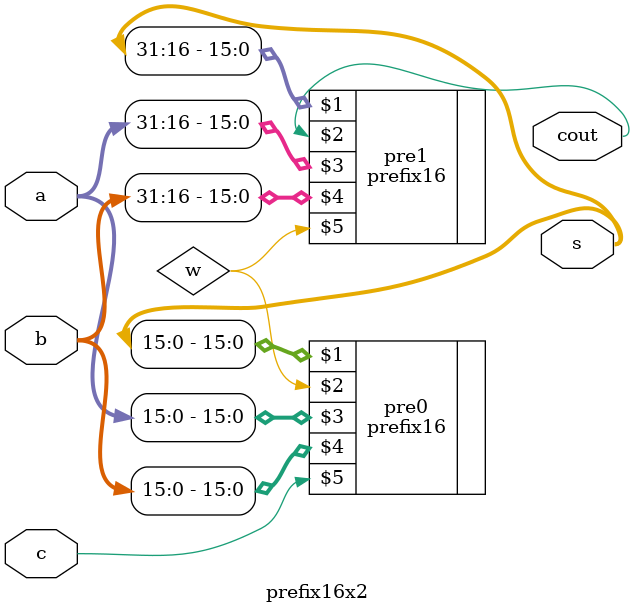
<source format=v>
module prefix16x2(s,cout,a,b,c);
input[31:0] a,b;
input c;
output[31:0] s;
output cout;
wire w;
prefix16 pre0(s[15:0],w,a[15:0],b[15:0],c);
prefix16 pre1(s[31:16],cout,a[31:16],b[31:16],w);
endmodule

</source>
